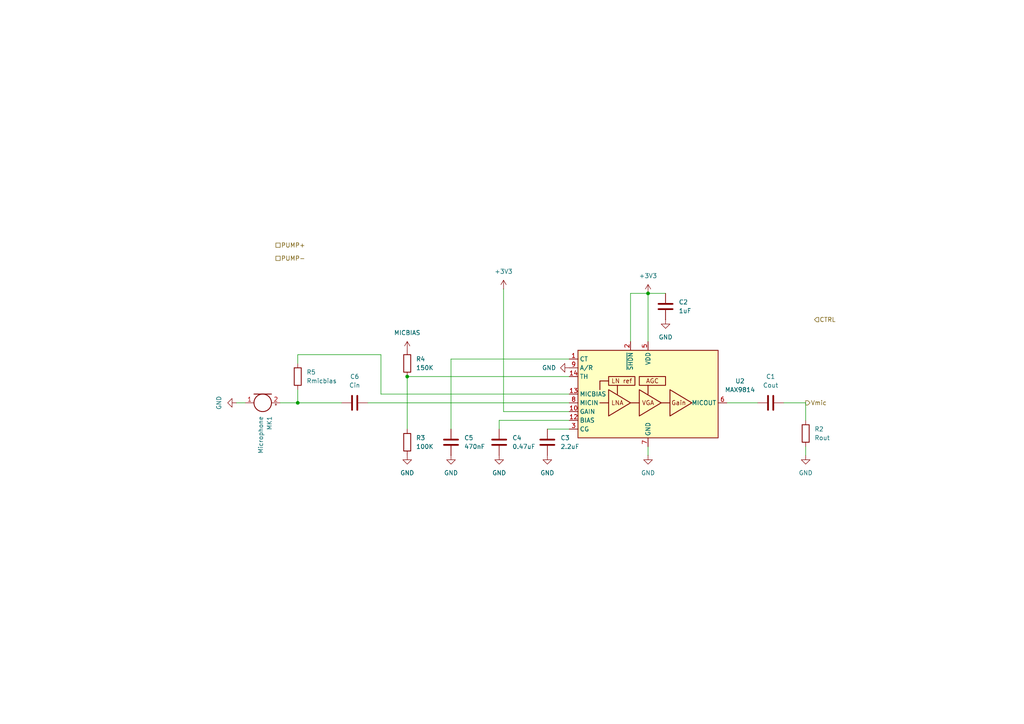
<source format=kicad_sch>
(kicad_sch (version 20231120) (generator "eeschema") (generator_version "8.0")
  (paper "A4")
  (title_block (company "Ege Turan") (comment 2 "Stanford, CA 94305") (comment 3 "Electrical Engineering Department") (comment 4 "Stanford University"))
  (lib_symbols
    (symbol "Amplifier_Audio:MAX9814"
      (property "Reference" "U" (at -20.32 13.97 0))
      (property "Value" "MAX9814" (at 11.43 13.97 0))
      (symbol "MAX9814_0_0"
        (rectangle (start -11.43 5.08) (end -3.81 2.54) (stroke (width 0.254)))
        (rectangle (start -2.54 5.08) (end 5.08 2.54) (stroke (width 0.254)))
        (polyline (pts (xy -11.43 -2.54) (xy -13.97 -2.54)) (stroke (width 0.254)))
        (polyline (pts (xy -8.89 2.54) (xy -8.89 0)) (stroke (width 0.254)))
        (polyline (pts (xy -2.54 -2.54) (xy -5.08 -2.54)) (stroke (width 0.254)))
        (polyline (pts (xy 0 2.54) (xy 0 0)) (stroke (width 0.254)))
        (polyline (pts (xy 3.81 -2.54) (xy 6.35 -2.54)) (stroke (width 0.254)))
        (polyline (pts (xy -11.43 3.81) (xy -13.97 3.81) (xy -13.97 1.27)) (stroke (width 0.254)))
        (polyline (pts (xy -5.08 -2.54) (xy -11.43 1.27) (xy -11.43 -6.35) (xy -5.08 -2.54)) (stroke (width 0.254)))
        (polyline (pts (xy 3.81 -2.54) (xy -2.54 1.27) (xy -2.54 -6.35) (xy 3.81 -2.54)) (stroke (width 0.254)))
        (polyline (pts (xy 12.7 -2.54) (xy 6.35 1.27) (xy 6.35 -6.35) (xy 12.7 -2.54)) (stroke (width 0.254)))
        (text "AGC" (at 1.27 3.81 0) (effects (font (size 1.27 1.27))))
        (text "Gain" (at 8.89 -2.54 0) (effects (font (size 1.27 1.27))))
        (text "LN ref" (at -7.62 3.81 0) (effects (font (size 1.27 1.27))))
        (text "LNA" (at -8.89 -2.54 0) (effects (font (size 1.27 1.27))))
        (text "VGA" (at 0 -2.54 0) (effects (font (size 1.27 1.27))))
      )
      (symbol "MAX9814_0_1"
        (rectangle (start -20.32 12.7) (end 20.32 -12.7) (stroke (width 0.254)) (fill (type background)))
      )
      (symbol "MAX9814_1_1"
        (pin input line (at -22.86 10.16 0) (length 2.54) (name "CT") (number "1"))
        (pin input line (at -22.86 -5.08 0) (length 2.54) (name "GAIN") (number "10"))
        (pin passive line (at 0 -15.24 90) (length 2.54) hide (name "GND") (number "11"))
        (pin passive line (at -22.86 -7.62 0) (length 2.54) (name "BIAS") (number "12"))
        (pin output line (at -22.86 0 0) (length 2.54) (name "MICBIAS") (number "13"))
        (pin input line (at -22.86 5.08 0) (length 2.54) (name "TH") (number "14"))
        (pin passive line (at 0 -15.24 90) (length 2.54) hide (name "GND") (number "15"))
        (pin input line (at -5.08 15.24 270) (length 2.54) (name "~{SHDN}") (number "2"))
        (pin passive line (at -22.86 -10.16 0) (length 2.54) (name "CG") (number "3"))
        (pin passive line (at 0 -15.24 90) (length 2.54) hide (name "GND") (number "4"))
        (pin power_in line (at 0 15.24 270) (length 2.54) (name "VDD") (number "5"))
        (pin output line (at 22.86 -2.54 180) (length 2.54) (name "MICOUT") (number "6"))
        (pin power_in line (at 0 -15.24 90) (length 2.54) (name "GND") (number "7"))
        (pin input line (at -22.86 -2.54 0) (length 2.54) (name "MICIN") (number "8"))
        (pin input line (at -22.86 7.62 0) (length 2.54) (name "A/R") (number "9"))
      )
    )
    (symbol "Device:C" (pin_numbers hide) (pin_names (offset 0.254))
      (property "Reference" "C" (at 0.635 2.54 0))
      (property "Value" "C" (at 0.635 -2.54 0))
      (symbol "C_0_1"
        (polyline (pts (xy -2.032 -0.762) (xy 2.032 -0.762)) (stroke (width 0.508)))
        (polyline (pts (xy -2.032 0.762) (xy 2.032 0.762)) (stroke (width 0.508)))
      )
      (symbol "C_1_1"
        (pin passive line (at 0 3.81 270) (length 2.794) (name "~") (number "1"))
        (pin passive line (at 0 -3.81 90) (length 2.794) (name "~") (number "2"))
      )
    )
    (symbol "Device:Microphone" (pin_names (offset 0.0254) hide)
      (property "Reference" "MK" (at -3.81 1.27 0))
      (property "Value" "Microphone" (at -3.81 -0.635 0))
      (symbol "Microphone_0_1"
        (polyline (pts (xy -2.54 2.54) (xy -2.54 -2.54)) (stroke (width 0.254)))
        (polyline (pts (xy 0.254 3.81) (xy 0.762 3.81)))
        (polyline (pts (xy 0.508 4.064) (xy 0.508 3.556)))
        (circle (center 0 0) (radius 2.54) (stroke (width 0.254)))
      )
      (symbol "Microphone_1_1"
        (pin passive line (at 0 -5.08 90) (length 2.54) (name "-") (number "1"))
        (pin passive line (at 0 5.08 270) (length 2.54) (name "+") (number "2"))
      )
    )
    (symbol "Device:R" (pin_numbers hide) (pin_names (offset 0))
      (property "Reference" "R" (at 2.032 0 90))
      (property "Value" "R" (at 0 0 90))
      (symbol "R_0_1"
        (rectangle (start -1.016 -2.54) (end 1.016 2.54) (stroke (width 0.254)))
      )
      (symbol "R_1_1"
        (pin passive line (at 0 3.81 270) (length 1.27) (name "~") (number "1"))
        (pin passive line (at 0 -3.81 90) (length 1.27) (name "~") (number "2"))
      )
    )
    (symbol "power:+3V3" (power) (pin_numbers hide) (pin_names (offset 0) hide)
      (property "Value" "+3V3" (at 0 3.556 0))
      (symbol "+3V3_0_1"
        (polyline (pts (xy -0.762 1.27) (xy 0 2.54)))
        (polyline (pts (xy 0 0) (xy 0 2.54)))
        (polyline (pts (xy 0 2.54) (xy 0.762 1.27)))
      )
      (symbol "+3V3_1_1"
        (pin power_in line (at 0 0 90) (length 0) (name "~") (number "1"))
      )
    )
    (symbol "power:GND" (power) (pin_numbers hide) (pin_names (offset 0) hide)
      (property "Value" "GND" (at 0 -3.81 0))
      (symbol "GND_0_1"
        (polyline (pts (xy 0 0) (xy 0 -1.27) (xy 1.27 -1.27) (xy 0 -2.54) (xy -1.27 -1.27) (xy 0 -1.27)))
      )
      (symbol "GND_1_1"
        (pin power_in line (at 0 0 270) (length 0) (name "~") (number "1"))
      )
    )
  )
  (junction (at 86.36 116.84))
  (junction (at 118.11 109.22))
  (junction (at 187.96 85.09))
  (wire (pts (xy 187.96 85.09) (xy 187.96 99.06)))
  (wire (pts (xy 144.78 121.92) (xy 144.78 124.46)))
  (wire (pts (xy 130.81 124.46) (xy 130.81 104.14)))
  (wire (pts (xy 187.96 85.09) (xy 193.04 85.09)))
  (wire (pts (xy 81.28 116.84) (xy 86.36 116.84)))
  (wire (pts (xy 86.36 116.84) (xy 99.06 116.84)))
  (wire (pts (xy 187.96 129.54) (xy 187.96 132.08)))
  (wire (pts (xy 106.68 116.84) (xy 165.1 116.84)))
  (wire (pts (xy 233.68 129.54) (xy 233.68 132.08)))
  (wire (pts (xy 130.81 104.14) (xy 165.1 104.14)))
  (wire (pts (xy 158.75 124.46) (xy 165.1 124.46)))
  (wire (pts (xy 110.49 102.87) (xy 86.36 102.87)))
  (wire (pts (xy 86.36 113.03) (xy 86.36 116.84)))
  (wire (pts (xy 118.11 109.22) (xy 165.1 109.22)))
  (wire (pts (xy 182.88 85.09) (xy 187.96 85.09)))
  (wire (pts (xy 110.49 114.3) (xy 165.1 114.3)))
  (wire (pts (xy 146.05 83.82) (xy 146.05 119.38)))
  (wire (pts (xy 118.11 109.22) (xy 118.11 124.46)))
  (wire (pts (xy 165.1 121.92) (xy 144.78 121.92)))
  (wire (pts (xy 210.82 116.84) (xy 219.71 116.84)))
  (wire (pts (xy 86.36 102.87) (xy 86.36 105.41)))
  (wire (pts (xy 110.49 114.3) (xy 110.49 102.87)))
  (wire (pts (xy 182.88 85.09) (xy 182.88 99.06)))
  (wire (pts (xy 71.12 116.84) (xy 68.58 116.84)))
  (wire (pts (xy 146.05 119.38) (xy 165.1 119.38)))
  (wire (pts (xy 227.33 116.84) (xy 233.68 116.84)))
  (wire (pts (xy 233.68 116.84) (xy 233.68 121.92)))
  (hierarchical_label "CTRL" (shape input) (at 236.22 92.71 0))
  (hierarchical_label "Vmic" (shape output) (at 233.68 116.84 0))
  (hierarchical_label "PUMP+" (shape passive) (at 80.01 71.12 0))
  (hierarchical_label "PUMP-" (shape passive) (at 80.01 74.93 0))
  (symbol (lib_id "Amplifier_Audio:MAX9814") (at 187.96 114.3 0) (unit 1)
    (property "Reference" "U2" (at 214.63 110.5214 0))
    (property "Value" "MAX9814" (at 214.63 113.0614 0))
    (property "Footprint" "Package_DFN_QFN:DFN-14-1EP_3x3mm_P0.4mm_EP1.78x2.35mm" (effects (hide yes)))
    (property "Datasheet" "https://datasheets.maximintegrated.com/en/ds/MAX9814.pdf" (effects (hide yes)))
    (property "Description" "Microphone Amplifier with AGC and Low-Noise Microphone Bias, TDFN-14" (effects (hide yes)))
  )
  (symbol (lib_id "power:GND") (at 130.81 132.08 0) (unit 1)
    (property "Reference" "#PWR012" (effects (hide yes)))
    (property "Value" "GND" (at 130.81 137.16 0))
    (property "Description" "Power symbol creates a global label with name \"GND\" , ground" (effects (hide yes)))
  )
  (symbol (lib_id "power:GND") (at 158.75 132.08 0) (unit 1)
    (property "Reference" "#PWR09" (effects (hide yes)))
    (property "Value" "GND" (at 158.75 137.16 0))
    (property "Description" "Power symbol creates a global label with name \"GND\" , ground" (effects (hide yes)))
  )
  (symbol (lib_id "Device:R") (at 233.68 125.73 0) (unit 1)
    (property "Reference" "R2" (at 236.22 124.4599 0) (effects (justify left)))
    (property "Value" "Rout" (at 236.22 126.9999 0) (effects (justify left)))
    (property "Description" "Resistor" (effects (hide yes)))
  )
  (symbol (lib_id "power:+3V3") (at 146.05 83.82 0) (unit 1)
    (property "Reference" "#PWR010" (effects (hide yes)))
    (property "Value" "+3V3" (at 146.05 78.74 0))
    (property "Description" "Power symbol creates a global label with name \"+3V3\"" (effects (hide yes)))
  )
  (symbol (lib_id "power:+3V3") (at 187.96 85.09 0) (unit 1)
    (property "Reference" "#PWR07" (effects (hide yes)))
    (property "Value" "+3V3" (at 187.96 80.01 0))
    (property "Description" "Power symbol creates a global label with name \"+3V3\"" (effects (hide yes)))
  )
  (symbol (lib_id "power:GND") (at 68.58 116.84 270) (unit 1)
    (property "Reference" "#PWR015" (effects (hide yes)))
    (property "Value" "GND" (at 63.5 116.84 0))
    (property "Description" "Power symbol creates a global label with name \"GND\" , ground" (effects (hide yes)))
  )
  (symbol (lib_id "power:GND") (at 193.04 92.71 0) (unit 1)
    (property "Reference" "#PWR05" (effects (hide yes)))
    (property "Value" "GND" (at 193.04 97.79 0))
    (property "Description" "Power symbol creates a global label with name \"GND\" , ground" (effects (hide yes)))
  )
  (symbol (lib_id "Device:C") (at 130.81 128.27 0) (unit 1)
    (property "Reference" "C5" (at 134.62 126.9999 0) (effects (justify left)))
    (property "Value" "470nF" (at 134.62 129.5399 0) (effects (justify left)))
    (property "Description" "Unpolarized capacitor" (effects (hide yes)))
  )
  (symbol (lib_id "power:GND") (at 233.68 132.08 0) (unit 1)
    (property "Reference" "#PWR04" (effects (hide yes)))
    (property "Value" "GND" (at 233.68 137.16 0))
    (property "Description" "Power symbol creates a global label with name \"GND\" , ground" (effects (hide yes)))
  )
  (symbol (lib_id "Device:C") (at 144.78 128.27 0) (unit 1)
    (property "Reference" "C4" (at 148.59 126.9999 0) (effects (justify left)))
    (property "Value" "0.47uF" (at 148.59 129.5399 0) (effects (justify left)))
    (property "Description" "Unpolarized capacitor" (effects (hide yes)))
  )
  (symbol (lib_id "Device:C") (at 158.75 128.27 0) (unit 1)
    (property "Reference" "C3" (at 162.56 126.9999 0) (effects (justify left)))
    (property "Value" "2.2uF" (at 162.56 129.5399 0) (effects (justify left)))
    (property "Description" "Unpolarized capacitor" (effects (hide yes)))
  )
  (symbol (lib_id "Device:Microphone") (at 76.2 116.84 270) (unit 1)
    (property "Reference" "MK1" (at 78.1686 120.65 0) (effects (justify left)))
    (property "Value" "Microphone" (at 75.6286 120.65 0) (effects (justify left)))
    (property "Description" "Microphone" (effects (hide yes)))
  )
  (symbol (lib_id "power:GND") (at 165.1 106.68 270) (unit 1)
    (property "Reference" "#PWR08" (effects (hide yes)))
    (property "Value" "GND" (at 161.29 106.6799 90) (effects (justify right)))
    (property "Description" "Power symbol creates a global label with name \"GND\" , ground" (effects (hide yes)))
  )
  (symbol (lib_id "power:GND") (at 118.11 132.08 0) (unit 1)
    (property "Reference" "#PWR013" (effects (hide yes)))
    (property "Value" "GND" (at 118.11 137.16 0))
    (property "Description" "Power symbol creates a global label with name \"GND\" , ground" (effects (hide yes)))
  )
  (symbol (lib_id "power:+3V3") (at 118.11 101.6 0) (unit 1)
    (property "Reference" "#PWR014" (effects (hide yes)))
    (property "Value" "MICBIAS" (at 118.11 96.52 0))
    (property "Description" "Power symbol creates a global label with name \"+3V3\"" (effects (hide yes)))
  )
  (symbol (lib_id "Device:C") (at 193.04 88.9 0) (unit 1)
    (property "Reference" "C2" (at 196.85 87.6299 0) (effects (justify left)))
    (property "Value" "1uF" (at 196.85 90.1699 0) (effects (justify left)))
    (property "Description" "Unpolarized capacitor" (effects (hide yes)))
  )
  (symbol (lib_id "Device:R") (at 118.11 128.27 0) (unit 1)
    (property "Reference" "R3" (at 120.65 126.9999 0) (effects (justify left)))
    (property "Value" "100K" (at 120.65 129.5399 0) (effects (justify left)))
    (property "Description" "Resistor" (effects (hide yes)))
  )
  (symbol (lib_id "Device:R") (at 118.11 105.41 0) (unit 1)
    (property "Reference" "R4" (at 120.65 104.1399 0) (effects (justify left)))
    (property "Value" "150K" (at 120.65 106.6799 0) (effects (justify left)))
    (property "Description" "Resistor" (effects (hide yes)))
  )
  (symbol (lib_id "Device:R") (at 86.36 109.22 0) (unit 1)
    (property "Reference" "R5" (at 88.9 107.9499 0) (effects (justify left)))
    (property "Value" "Rmicbias" (at 88.9 110.4899 0) (effects (justify left)))
    (property "Description" "Resistor" (effects (hide yes)))
  )
  (symbol (lib_id "power:GND") (at 187.96 132.08 0) (unit 1)
    (property "Reference" "#PWR06" (effects (hide yes)))
    (property "Value" "GND" (at 187.96 137.16 0))
    (property "Description" "Power symbol creates a global label with name \"GND\" , ground" (effects (hide yes)))
  )
  (symbol (lib_id "Device:C") (at 102.87 116.84 90) (unit 1)
    (property "Reference" "C6" (at 102.87 109.22 90))
    (property "Value" "Cin" (at 102.87 111.76 90))
    (property "Description" "Unpolarized capacitor" (effects (hide yes)))
  )
  (symbol (lib_id "Device:C") (at 223.52 116.84 90) (unit 1)
    (property "Reference" "C1" (at 223.52 109.22 90))
    (property "Value" "Cout" (at 223.52 111.76 90))
    (property "Description" "Unpolarized capacitor" (effects (hide yes)))
  )
  (symbol (lib_id "power:GND") (at 144.78 132.08 0) (unit 1)
    (property "Reference" "#PWR011" (effects (hide yes)))
    (property "Value" "GND" (at 144.78 137.16 0))
    (property "Description" "Power symbol creates a global label with name \"GND\" , ground" (effects (hide yes)))
  )
)
</source>
